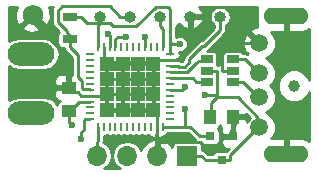
<source format=gtl>
G04 #@! TF.FileFunction,Copper,L1,Top,Signal*
%FSLAX46Y46*%
G04 Gerber Fmt 4.6, Leading zero omitted, Abs format (unit mm)*
G04 Created by KiCad (PCBNEW 4.0.4-stable) date 12/27/16 16:45:08*
%MOMM*%
%LPD*%
G01*
G04 APERTURE LIST*
%ADD10C,0.100000*%
%ADD11R,1.300000X0.700000*%
%ADD12O,3.962400X1.981200*%
%ADD13R,0.800100X0.800100*%
%ADD14R,1.060000X0.650000*%
%ADD15C,1.501140*%
%ADD16O,3.800000X1.400000*%
%ADD17R,1.727200X1.700000*%
%ADD18O,1.727200X1.700000*%
%ADD19C,1.000000*%
%ADD20R,0.700000X0.250000*%
%ADD21R,0.250000X0.700000*%
%ADD22R,1.287500X1.287500*%
%ADD23O,1.000000X1.000000*%
%ADD24C,1.750000*%
%ADD25R,1.000000X1.250000*%
%ADD26R,1.250000X1.000000*%
%ADD27C,0.600000*%
%ADD28C,0.250000*%
%ADD29C,0.254000*%
G04 APERTURE END LIST*
D10*
D11*
X145999000Y-95285600D03*
X145999000Y-93385600D03*
D12*
X142748000Y-96520000D03*
X142748000Y-101520000D03*
D13*
X159827000Y-103520240D03*
X157927000Y-103520240D03*
X158877000Y-105519220D03*
D14*
X159799000Y-98892400D03*
X159799000Y-97942400D03*
X159799000Y-96992400D03*
X157599000Y-96992400D03*
X157599000Y-98892400D03*
X157599000Y-97942400D03*
D15*
X162049880Y-102743860D03*
X162049880Y-100203860D03*
X162049880Y-98171860D03*
X162049880Y-95631860D03*
D16*
X164338000Y-105029000D03*
X164338000Y-93345000D03*
D17*
X155956000Y-105156000D03*
D18*
X153416000Y-105156000D03*
X150876000Y-105156000D03*
X148336000Y-105156000D03*
D19*
X165000000Y-99250000D03*
D20*
X147730000Y-96564000D03*
X147730000Y-97064000D03*
X147730000Y-97564000D03*
X147730000Y-98064000D03*
X147730000Y-98564000D03*
X147730000Y-99064000D03*
X147730000Y-99564000D03*
X147730000Y-100064000D03*
X147730000Y-100564000D03*
X147730000Y-101064000D03*
X147730000Y-101564000D03*
X147730000Y-102064000D03*
D21*
X148380000Y-102714000D03*
X148880000Y-102714000D03*
X149380000Y-102714000D03*
X149880000Y-102714000D03*
X150380000Y-102714000D03*
X150880000Y-102714000D03*
X151380000Y-102714000D03*
X151880000Y-102714000D03*
X152380000Y-102714000D03*
X152880000Y-102714000D03*
X153380000Y-102714000D03*
X153880000Y-102714000D03*
D20*
X154530000Y-102064000D03*
X154530000Y-101564000D03*
X154530000Y-101064000D03*
X154530000Y-100564000D03*
X154530000Y-100064000D03*
X154530000Y-99564000D03*
X154530000Y-99064000D03*
X154530000Y-98564000D03*
X154530000Y-98064000D03*
X154530000Y-97564000D03*
X154530000Y-97064000D03*
X154530000Y-96564000D03*
D21*
X153880000Y-95914000D03*
X153380000Y-95914000D03*
X152880000Y-95914000D03*
X152380000Y-95914000D03*
X151880000Y-95914000D03*
X151380000Y-95914000D03*
X150880000Y-95914000D03*
X150380000Y-95914000D03*
X149880000Y-95914000D03*
X149380000Y-95914000D03*
X148880000Y-95914000D03*
X148380000Y-95914000D03*
D22*
X153061250Y-101245250D03*
X153061250Y-99957750D03*
X153061250Y-98670250D03*
X153061250Y-97382750D03*
X151773750Y-101245250D03*
X151773750Y-99957750D03*
X151773750Y-98670250D03*
X151773750Y-97382750D03*
X150486250Y-101245250D03*
X150486250Y-99957750D03*
X150486250Y-98670250D03*
X150486250Y-97382750D03*
X149198750Y-101245250D03*
X149198750Y-99957750D03*
X149198750Y-98670250D03*
X149198750Y-97382750D03*
D23*
X158750000Y-93370400D03*
X151130000Y-93370400D03*
X153670000Y-93370400D03*
X148590000Y-93370400D03*
X156210000Y-93370400D03*
D24*
X142875000Y-93218000D03*
D25*
X157877000Y-101854000D03*
X159877000Y-101854000D03*
D26*
X145948000Y-101400000D03*
X145948000Y-99400000D03*
D27*
X149900000Y-97750000D03*
X155308058Y-95691942D03*
X155791000Y-101209000D03*
X146200900Y-102538200D03*
X157500000Y-100000000D03*
X152392100Y-95060200D03*
X150817100Y-95060200D03*
X149274800Y-94866600D03*
X147000000Y-103750000D03*
X155750000Y-99350000D03*
D28*
X145999000Y-95285600D02*
X145999000Y-95960900D01*
X145999000Y-95960900D02*
X146674300Y-96636200D01*
X147054999Y-99449001D02*
X147119999Y-99514001D01*
X146674300Y-96636200D02*
X146674300Y-98474300D01*
X146674300Y-98474300D02*
X147054999Y-98854999D01*
X147054999Y-98854999D02*
X147054999Y-99449001D01*
X147119999Y-99514001D02*
X147714001Y-99514001D01*
X147714001Y-99514001D02*
X147730000Y-99530000D01*
X147730000Y-99530000D02*
X147730000Y-99564000D01*
X151130000Y-93370400D02*
X150304700Y-93370400D01*
X150304700Y-93370400D02*
X149431400Y-92497100D01*
X149431400Y-92497100D02*
X145378000Y-92497100D01*
X145378000Y-92497100D02*
X145000700Y-92874400D01*
X146000000Y-95000000D02*
X145999000Y-95001000D01*
X145000700Y-92874400D02*
X145000700Y-93865200D01*
X145000700Y-93865200D02*
X145745800Y-94610300D01*
X145745800Y-94610300D02*
X145745800Y-94745800D01*
X145745800Y-94745800D02*
X146000000Y-95000000D01*
X145999000Y-95001000D02*
X145999000Y-95285600D01*
X154530000Y-97064000D02*
X155130000Y-97064000D01*
X155130000Y-97064000D02*
X156210000Y-95984000D01*
X156210000Y-95984000D02*
X156210000Y-94077506D01*
X156210000Y-94077506D02*
X156210000Y-93370400D01*
X149199000Y-99957800D02*
X149199000Y-99314000D01*
X146952000Y-100064000D02*
X147730000Y-100064000D01*
X146675000Y-99786400D02*
X146952000Y-100064000D01*
X145948000Y-99786400D02*
X146675000Y-99786400D01*
X149092000Y-100064000D02*
X149199000Y-99957800D01*
X147730000Y-100064000D02*
X149092000Y-100064000D01*
X149199000Y-98670200D02*
X149199000Y-97382800D01*
X153061000Y-98670200D02*
X151773800Y-98670200D01*
X151773800Y-98670200D02*
X150486300Y-98670200D01*
X159799000Y-97942400D02*
X158943700Y-97942400D01*
X159827000Y-103520200D02*
X159827000Y-101854000D01*
X150486300Y-98670200D02*
X149199000Y-98670200D01*
X149199000Y-98670200D02*
X149198800Y-98670200D01*
X149199000Y-99314000D02*
X149199000Y-98670200D01*
X149198800Y-99314200D02*
X149198800Y-99957700D01*
X149199000Y-99314000D02*
X149198800Y-99314200D01*
X150486400Y-97382800D02*
X149199000Y-97382800D01*
X149199000Y-99957800D02*
X150486400Y-99957800D01*
X150486400Y-99957800D02*
X150486300Y-99957700D01*
X151773700Y-97382800D02*
X151773800Y-97382700D01*
X151773700Y-97382800D02*
X150486400Y-97382800D01*
X151773700Y-99957800D02*
X151773800Y-99957700D01*
X150486400Y-99957800D02*
X151773700Y-99957800D01*
X151773700Y-99957800D02*
X153061000Y-99957800D01*
X151773800Y-101245200D02*
X151773800Y-101245000D01*
X153061000Y-101245000D02*
X151773800Y-101245000D01*
X153061300Y-97382700D02*
X153061200Y-97382600D01*
X153380000Y-97064000D02*
X153061200Y-97382600D01*
X154530000Y-97064000D02*
X153380000Y-97064000D01*
X153061000Y-97382800D02*
X151773700Y-97382800D01*
X153061200Y-97382600D02*
X153061000Y-97382800D01*
X153061300Y-98670200D02*
X153061000Y-98670200D01*
X153061100Y-99957700D02*
X153061000Y-99957800D01*
X153061300Y-99957700D02*
X153061100Y-99957700D01*
X153061200Y-101245200D02*
X153061000Y-101245000D01*
X153061300Y-101245200D02*
X153061200Y-101245200D01*
X156210000Y-93370400D02*
X157035300Y-93370400D01*
X157860600Y-92545100D02*
X157035300Y-93370400D01*
X159141100Y-92545100D02*
X157860600Y-92545100D01*
X159821400Y-93225400D02*
X159141100Y-92545100D01*
X159821400Y-95631900D02*
X159821400Y-93225400D01*
X158943700Y-96509600D02*
X159821400Y-95631900D01*
X158943700Y-97942400D02*
X158943700Y-96509600D01*
X159821400Y-95631900D02*
X162049900Y-95631900D01*
X151773800Y-101245000D02*
X150486400Y-101245000D01*
X150486300Y-101245100D02*
X150486300Y-101245200D01*
X150486400Y-101245000D02*
X150486300Y-101245100D01*
X149198800Y-101245200D02*
X149199000Y-101245000D01*
X150486400Y-101245000D02*
X149199000Y-101245000D01*
X149199000Y-101245000D02*
X149199000Y-99957800D01*
X153380000Y-101563900D02*
X153380000Y-102714000D01*
X153061300Y-101245200D02*
X153380000Y-101563900D01*
X153380000Y-103944700D02*
X153416000Y-103980700D01*
X153380000Y-102714000D02*
X153380000Y-103944700D01*
X153416000Y-105156000D02*
X153416000Y-104000500D01*
X153416000Y-104000500D02*
X153416000Y-103980700D01*
X159101600Y-103611000D02*
X159101600Y-103520200D01*
X158467000Y-104245600D02*
X159101600Y-103611000D01*
X157310300Y-104245600D02*
X158467000Y-104245600D01*
X157045400Y-103980700D02*
X157310300Y-104245600D01*
X153416000Y-103980700D02*
X157045400Y-103980700D01*
X159827000Y-103520200D02*
X159101600Y-103520200D01*
X145948000Y-99786400D02*
X145948000Y-99786000D01*
X145948000Y-99786000D02*
X145948000Y-98806000D01*
X145948000Y-98806000D02*
X145948000Y-98666500D01*
X142875000Y-93795300D02*
X142875000Y-93218000D01*
X145948000Y-96868300D02*
X142875000Y-93795300D01*
X145948000Y-98666500D02*
X145948000Y-96868300D01*
X149039500Y-97223400D02*
X149198800Y-97382700D01*
X148880000Y-97064000D02*
X149039500Y-97223400D01*
X148880000Y-95914000D02*
X148880000Y-97064000D01*
X149039500Y-97223400D02*
X149199000Y-97382800D01*
X154530000Y-95500000D02*
X154530000Y-92730000D01*
X154321500Y-92521500D02*
X153322000Y-92521500D01*
X154530000Y-92730000D02*
X154321500Y-92521500D01*
X149390800Y-93890800D02*
X148590000Y-93890800D01*
X153322000Y-92521500D02*
X151634200Y-94209300D01*
X151634200Y-94209300D02*
X149709300Y-94209300D01*
X149709300Y-94209300D02*
X149390800Y-93890800D01*
X155791000Y-101209000D02*
X155791000Y-102609000D01*
X155791000Y-102609000D02*
X155686000Y-102714000D01*
X155686000Y-102714000D02*
X154255000Y-102714000D01*
X154255000Y-102714000D02*
X153880000Y-102714000D01*
X147730000Y-100564000D02*
X146836000Y-100564000D01*
X145948000Y-102361300D02*
X146024000Y-102361300D01*
X146836000Y-100564000D02*
X145948000Y-101452000D01*
X145948000Y-101452000D02*
X145948000Y-102361300D01*
X146024000Y-102361300D02*
X146200900Y-102538200D01*
X148590000Y-93890800D02*
X148590000Y-93910000D01*
X148590000Y-93910000D02*
X148380000Y-94120000D01*
X148380000Y-94120000D02*
X148380000Y-95552200D01*
X148380000Y-95552200D02*
X148380000Y-95914000D01*
X154530000Y-96564000D02*
X154530000Y-95500000D01*
X155308058Y-95691942D02*
X154721942Y-95691942D01*
X154721942Y-95691942D02*
X154530000Y-95500000D01*
X157927000Y-103520200D02*
X157020200Y-103520200D01*
X157020200Y-103520200D02*
X156214000Y-102714000D01*
X156214000Y-102714000D02*
X153880000Y-102714000D01*
X145999000Y-93385600D02*
X146974300Y-93385600D01*
X148590000Y-93370400D02*
X148590000Y-93890800D01*
X147479500Y-93890800D02*
X146974300Y-93385600D01*
X148590000Y-93890800D02*
X147479500Y-93890800D01*
X161980900Y-102743900D02*
X161980900Y-101980900D01*
X161980900Y-101980900D02*
X160222500Y-100222500D01*
X160222500Y-100222500D02*
X158454300Y-100222500D01*
X157500000Y-100000000D02*
X158231800Y-100000000D01*
X158231800Y-100000000D02*
X158454300Y-100222500D01*
X157927000Y-101854000D02*
X157927000Y-101573000D01*
X157927000Y-101573000D02*
X158000000Y-101500000D01*
X158000000Y-101500000D02*
X158000000Y-100676800D01*
X158000000Y-100676800D02*
X158454300Y-100222500D01*
X157599000Y-97942400D02*
X158454300Y-97942400D01*
X158454300Y-97942400D02*
X158454300Y-100222500D01*
X157508100Y-105519200D02*
X157144900Y-105156000D01*
X158877000Y-105519200D02*
X157508100Y-105519200D01*
X155956000Y-105156000D02*
X157144900Y-105156000D01*
X162049900Y-102743900D02*
X161980900Y-102743900D01*
X159602300Y-105122500D02*
X159602300Y-105519200D01*
X161980900Y-102743900D02*
X159602300Y-105122500D01*
X158877000Y-105519200D02*
X159602300Y-105519200D01*
X153880000Y-95914000D02*
X153880000Y-95238700D01*
X153880000Y-94405700D02*
X153880000Y-95238700D01*
X153670000Y-94195700D02*
X153880000Y-94405700D01*
X153670000Y-93370400D02*
X153670000Y-94195700D01*
X158750000Y-93370400D02*
X158750000Y-94195700D01*
X158750000Y-94510900D02*
X158750000Y-94195700D01*
X157409600Y-95851300D02*
X158750000Y-94510900D01*
X157247400Y-95851300D02*
X157409600Y-95851300D01*
X156130300Y-96968400D02*
X157247400Y-95851300D01*
X156130300Y-97239500D02*
X156130300Y-96968400D01*
X155764100Y-97605700D02*
X156130300Y-97239500D01*
X155247000Y-97605700D02*
X155764100Y-97605700D01*
X155205300Y-97564000D02*
X155247000Y-97605700D01*
X154530000Y-97564000D02*
X155205300Y-97564000D01*
X161965800Y-100203900D02*
X160654300Y-98892400D01*
X162049900Y-100203900D02*
X161965800Y-100203900D01*
X159799000Y-98892400D02*
X160654300Y-98892400D01*
X160870400Y-96992400D02*
X159799000Y-96992400D01*
X162049900Y-98171900D02*
X160870400Y-96992400D01*
X152392100Y-95226600D02*
X152380000Y-95238700D01*
X152392100Y-95060200D02*
X152392100Y-95226600D01*
X152380000Y-95914000D02*
X152380000Y-95238700D01*
X150058500Y-95060200D02*
X149880000Y-95238700D01*
X150817100Y-95060200D02*
X150058500Y-95060200D01*
X149880000Y-95914000D02*
X149880000Y-95238700D01*
X149380000Y-94971800D02*
X149380000Y-95914000D01*
X149274800Y-94866600D02*
X149380000Y-94971800D01*
X156415300Y-98564000D02*
X154530000Y-98564000D01*
X156743700Y-98892400D02*
X156415300Y-98564000D01*
X157599000Y-98892400D02*
X156743700Y-98892400D01*
X157599000Y-96992400D02*
X156972000Y-97129600D01*
X156743700Y-97263000D02*
X156972000Y-97129600D01*
X155942700Y-98064000D02*
X156743700Y-97263000D01*
X154530000Y-98064000D02*
X155942700Y-98064000D01*
X147286000Y-102064000D02*
X147225000Y-102125000D01*
X147225000Y-102944000D02*
X147000000Y-103169000D01*
X147225000Y-102125000D02*
X147225000Y-102944000D01*
X147730000Y-102064000D02*
X147286000Y-102064000D01*
X147000000Y-103169000D02*
X147000000Y-103750000D01*
X148380000Y-103936700D02*
X148380000Y-102714000D01*
X148336000Y-103980700D02*
X148380000Y-103936700D01*
X148336000Y-105156000D02*
X148336000Y-103980700D01*
X155750000Y-99350000D02*
X155536000Y-99564000D01*
X155536000Y-99564000D02*
X154530000Y-99564000D01*
D29*
G36*
X153393103Y-103205190D02*
X153442500Y-103281956D01*
X153442500Y-103540250D01*
X153601250Y-103699000D01*
X153631310Y-103699000D01*
X153864699Y-103602327D01*
X154016777Y-103450248D01*
X154146190Y-103425897D01*
X154275865Y-103342454D01*
X154359534Y-103220000D01*
X156004408Y-103220000D01*
X156662404Y-103877996D01*
X156721580Y-103917536D01*
X155092400Y-103917536D01*
X154951210Y-103944103D01*
X154821535Y-104027546D01*
X154734541Y-104154866D01*
X154703936Y-104306000D01*
X154703936Y-104401997D01*
X154693723Y-104377732D01*
X154299667Y-103953215D01*
X153773151Y-103711811D01*
X153543000Y-103834598D01*
X153543000Y-105029000D01*
X153563000Y-105029000D01*
X153563000Y-105283000D01*
X153543000Y-105283000D01*
X153543000Y-105303000D01*
X153289000Y-105303000D01*
X153289000Y-105283000D01*
X153269000Y-105283000D01*
X153269000Y-105029000D01*
X153289000Y-105029000D01*
X153289000Y-103834598D01*
X153058849Y-103711811D01*
X152532333Y-103953215D01*
X152138277Y-104377732D01*
X152025331Y-104646083D01*
X151784431Y-104285552D01*
X151385066Y-104018704D01*
X150913983Y-103925000D01*
X150838017Y-103925000D01*
X150366934Y-104018704D01*
X149967569Y-104285552D01*
X149700721Y-104684917D01*
X149607017Y-105156000D01*
X149700721Y-105627083D01*
X149967569Y-106026448D01*
X150263226Y-106224000D01*
X148948774Y-106224000D01*
X149244431Y-106026448D01*
X149511279Y-105627083D01*
X149604983Y-105156000D01*
X149511279Y-104684917D01*
X149244431Y-104285552D01*
X148866800Y-104033226D01*
X148886000Y-103936700D01*
X148886000Y-103452464D01*
X149005000Y-103452464D01*
X149134588Y-103428080D01*
X149255000Y-103452464D01*
X149505000Y-103452464D01*
X149634588Y-103428080D01*
X149755000Y-103452464D01*
X150005000Y-103452464D01*
X150134588Y-103428080D01*
X150255000Y-103452464D01*
X150505000Y-103452464D01*
X150634588Y-103428080D01*
X150755000Y-103452464D01*
X151005000Y-103452464D01*
X151134588Y-103428080D01*
X151255000Y-103452464D01*
X151505000Y-103452464D01*
X151634588Y-103428080D01*
X151755000Y-103452464D01*
X152005000Y-103452464D01*
X152134588Y-103428080D01*
X152255000Y-103452464D01*
X152505000Y-103452464D01*
X152634588Y-103428080D01*
X152743011Y-103450036D01*
X152895301Y-103602327D01*
X153128690Y-103699000D01*
X153158750Y-103699000D01*
X153317500Y-103540250D01*
X153317500Y-103281519D01*
X153362859Y-103215134D01*
X153379506Y-103132928D01*
X153393103Y-103205190D01*
X153393103Y-103205190D01*
G37*
X153393103Y-103205190D02*
X153442500Y-103281956D01*
X153442500Y-103540250D01*
X153601250Y-103699000D01*
X153631310Y-103699000D01*
X153864699Y-103602327D01*
X154016777Y-103450248D01*
X154146190Y-103425897D01*
X154275865Y-103342454D01*
X154359534Y-103220000D01*
X156004408Y-103220000D01*
X156662404Y-103877996D01*
X156721580Y-103917536D01*
X155092400Y-103917536D01*
X154951210Y-103944103D01*
X154821535Y-104027546D01*
X154734541Y-104154866D01*
X154703936Y-104306000D01*
X154703936Y-104401997D01*
X154693723Y-104377732D01*
X154299667Y-103953215D01*
X153773151Y-103711811D01*
X153543000Y-103834598D01*
X153543000Y-105029000D01*
X153563000Y-105029000D01*
X153563000Y-105283000D01*
X153543000Y-105283000D01*
X153543000Y-105303000D01*
X153289000Y-105303000D01*
X153289000Y-105283000D01*
X153269000Y-105283000D01*
X153269000Y-105029000D01*
X153289000Y-105029000D01*
X153289000Y-103834598D01*
X153058849Y-103711811D01*
X152532333Y-103953215D01*
X152138277Y-104377732D01*
X152025331Y-104646083D01*
X151784431Y-104285552D01*
X151385066Y-104018704D01*
X150913983Y-103925000D01*
X150838017Y-103925000D01*
X150366934Y-104018704D01*
X149967569Y-104285552D01*
X149700721Y-104684917D01*
X149607017Y-105156000D01*
X149700721Y-105627083D01*
X149967569Y-106026448D01*
X150263226Y-106224000D01*
X148948774Y-106224000D01*
X149244431Y-106026448D01*
X149511279Y-105627083D01*
X149604983Y-105156000D01*
X149511279Y-104684917D01*
X149244431Y-104285552D01*
X148866800Y-104033226D01*
X148886000Y-103936700D01*
X148886000Y-103452464D01*
X149005000Y-103452464D01*
X149134588Y-103428080D01*
X149255000Y-103452464D01*
X149505000Y-103452464D01*
X149634588Y-103428080D01*
X149755000Y-103452464D01*
X150005000Y-103452464D01*
X150134588Y-103428080D01*
X150255000Y-103452464D01*
X150505000Y-103452464D01*
X150634588Y-103428080D01*
X150755000Y-103452464D01*
X151005000Y-103452464D01*
X151134588Y-103428080D01*
X151255000Y-103452464D01*
X151505000Y-103452464D01*
X151634588Y-103428080D01*
X151755000Y-103452464D01*
X152005000Y-103452464D01*
X152134588Y-103428080D01*
X152255000Y-103452464D01*
X152505000Y-103452464D01*
X152634588Y-103428080D01*
X152743011Y-103450036D01*
X152895301Y-103602327D01*
X153128690Y-103699000D01*
X153158750Y-103699000D01*
X153317500Y-103540250D01*
X153317500Y-103281519D01*
X153362859Y-103215134D01*
X153379506Y-103132928D01*
X153393103Y-103205190D01*
G36*
X161238923Y-101954515D02*
X161091141Y-102102040D01*
X161012000Y-102292633D01*
X161012000Y-102139750D01*
X160853250Y-101981000D01*
X160004000Y-101981000D01*
X160004000Y-102593940D01*
X159954000Y-102643940D01*
X159954000Y-103393240D01*
X159974000Y-103393240D01*
X159974000Y-103647240D01*
X159954000Y-103647240D01*
X159954000Y-103667240D01*
X159700000Y-103667240D01*
X159700000Y-103647240D01*
X158950700Y-103647240D01*
X158791950Y-103805990D01*
X158791950Y-104046600D01*
X158888623Y-104279989D01*
X159067252Y-104458617D01*
X159300641Y-104555290D01*
X159453918Y-104555290D01*
X159278257Y-104730951D01*
X159277050Y-104730706D01*
X158476950Y-104730706D01*
X158335760Y-104757273D01*
X158206085Y-104840716D01*
X158119091Y-104968036D01*
X158109945Y-105013200D01*
X157717692Y-105013200D01*
X157502696Y-104798204D01*
X157338538Y-104688517D01*
X157208064Y-104662564D01*
X157208064Y-104306000D01*
X157181497Y-104164810D01*
X157098054Y-104035135D01*
X157084977Y-104026200D01*
X157158415Y-104026200D01*
X157165053Y-104061480D01*
X157248496Y-104191155D01*
X157375816Y-104278149D01*
X157526950Y-104308754D01*
X158327050Y-104308754D01*
X158468240Y-104282187D01*
X158597915Y-104198744D01*
X158684909Y-104071424D01*
X158715514Y-103920290D01*
X158715514Y-103120190D01*
X158688947Y-102979000D01*
X158605504Y-102849325D01*
X158556804Y-102816050D01*
X158647865Y-102757454D01*
X158734859Y-102630134D01*
X158742000Y-102594870D01*
X158742000Y-102605310D01*
X158838673Y-102838699D01*
X158851086Y-102851112D01*
X158791950Y-102993880D01*
X158791950Y-103234490D01*
X158950700Y-103393240D01*
X159700000Y-103393240D01*
X159700000Y-103005250D01*
X159750000Y-102955250D01*
X159750000Y-101981000D01*
X159730000Y-101981000D01*
X159730000Y-101727000D01*
X159750000Y-101727000D01*
X159750000Y-101707000D01*
X160004000Y-101707000D01*
X160004000Y-101727000D01*
X160853250Y-101727000D01*
X160932329Y-101647921D01*
X161238923Y-101954515D01*
X161238923Y-101954515D01*
G37*
X161238923Y-101954515D02*
X161091141Y-102102040D01*
X161012000Y-102292633D01*
X161012000Y-102139750D01*
X160853250Y-101981000D01*
X160004000Y-101981000D01*
X160004000Y-102593940D01*
X159954000Y-102643940D01*
X159954000Y-103393240D01*
X159974000Y-103393240D01*
X159974000Y-103647240D01*
X159954000Y-103647240D01*
X159954000Y-103667240D01*
X159700000Y-103667240D01*
X159700000Y-103647240D01*
X158950700Y-103647240D01*
X158791950Y-103805990D01*
X158791950Y-104046600D01*
X158888623Y-104279989D01*
X159067252Y-104458617D01*
X159300641Y-104555290D01*
X159453918Y-104555290D01*
X159278257Y-104730951D01*
X159277050Y-104730706D01*
X158476950Y-104730706D01*
X158335760Y-104757273D01*
X158206085Y-104840716D01*
X158119091Y-104968036D01*
X158109945Y-105013200D01*
X157717692Y-105013200D01*
X157502696Y-104798204D01*
X157338538Y-104688517D01*
X157208064Y-104662564D01*
X157208064Y-104306000D01*
X157181497Y-104164810D01*
X157098054Y-104035135D01*
X157084977Y-104026200D01*
X157158415Y-104026200D01*
X157165053Y-104061480D01*
X157248496Y-104191155D01*
X157375816Y-104278149D01*
X157526950Y-104308754D01*
X158327050Y-104308754D01*
X158468240Y-104282187D01*
X158597915Y-104198744D01*
X158684909Y-104071424D01*
X158715514Y-103920290D01*
X158715514Y-103120190D01*
X158688947Y-102979000D01*
X158605504Y-102849325D01*
X158556804Y-102816050D01*
X158647865Y-102757454D01*
X158734859Y-102630134D01*
X158742000Y-102594870D01*
X158742000Y-102605310D01*
X158838673Y-102838699D01*
X158851086Y-102851112D01*
X158791950Y-102993880D01*
X158791950Y-103234490D01*
X158950700Y-103393240D01*
X159700000Y-103393240D01*
X159700000Y-103005250D01*
X159750000Y-102955250D01*
X159750000Y-101981000D01*
X159730000Y-101981000D01*
X159730000Y-101727000D01*
X159750000Y-101727000D01*
X159750000Y-101707000D01*
X160004000Y-101707000D01*
X160004000Y-101727000D01*
X160853250Y-101727000D01*
X160932329Y-101647921D01*
X161238923Y-101954515D01*
G36*
X149325750Y-97255750D02*
X150359250Y-97255750D01*
X150359250Y-97235750D01*
X150613250Y-97235750D01*
X150613250Y-97255750D01*
X151646750Y-97255750D01*
X151646750Y-97235750D01*
X151900750Y-97235750D01*
X151900750Y-97255750D01*
X152934250Y-97255750D01*
X152934250Y-97235750D01*
X153188250Y-97235750D01*
X153188250Y-97255750D01*
X153208250Y-97255750D01*
X153208250Y-97509750D01*
X153188250Y-97509750D01*
X153188250Y-98543250D01*
X153208250Y-98543250D01*
X153208250Y-98797250D01*
X153188250Y-98797250D01*
X153188250Y-99830750D01*
X153208250Y-99830750D01*
X153208250Y-100084750D01*
X153188250Y-100084750D01*
X153188250Y-101118250D01*
X153208250Y-101118250D01*
X153208250Y-101372250D01*
X153188250Y-101372250D01*
X153188250Y-101392250D01*
X152934250Y-101392250D01*
X152934250Y-101372250D01*
X151900750Y-101372250D01*
X151900750Y-101392250D01*
X151646750Y-101392250D01*
X151646750Y-101372250D01*
X150613250Y-101372250D01*
X150613250Y-101392250D01*
X150359250Y-101392250D01*
X150359250Y-101372250D01*
X149325750Y-101372250D01*
X149325750Y-101392250D01*
X149071750Y-101392250D01*
X149071750Y-101372250D01*
X149051750Y-101372250D01*
X149051750Y-101118250D01*
X149071750Y-101118250D01*
X149071750Y-100243500D01*
X149207500Y-100243500D01*
X149207500Y-100959500D01*
X149325750Y-101077750D01*
X149325750Y-101118250D01*
X149366250Y-101118250D01*
X149484500Y-101236500D01*
X150200500Y-101236500D01*
X150318750Y-101118250D01*
X150359250Y-101118250D01*
X150359250Y-101077750D01*
X150477500Y-100959500D01*
X150477500Y-100243500D01*
X150495000Y-100243500D01*
X150495000Y-100959500D01*
X150613250Y-101077750D01*
X150613250Y-101118250D01*
X150653750Y-101118250D01*
X150772000Y-101236500D01*
X151488000Y-101236500D01*
X151606250Y-101118250D01*
X151646750Y-101118250D01*
X151646750Y-101077750D01*
X151765000Y-100959500D01*
X151765000Y-100243500D01*
X151782500Y-100243500D01*
X151782500Y-100959500D01*
X151900750Y-101077750D01*
X151900750Y-101118250D01*
X151941250Y-101118250D01*
X152059500Y-101236500D01*
X152775500Y-101236500D01*
X152893750Y-101118250D01*
X152934250Y-101118250D01*
X152934250Y-101077750D01*
X153052500Y-100959500D01*
X153052500Y-100243500D01*
X152934250Y-100125250D01*
X152934250Y-100084750D01*
X152893750Y-100084750D01*
X152775500Y-99966500D01*
X152059500Y-99966500D01*
X151941250Y-100084750D01*
X151900750Y-100084750D01*
X151900750Y-100125250D01*
X151782500Y-100243500D01*
X151765000Y-100243500D01*
X151646750Y-100125250D01*
X151646750Y-100084750D01*
X151606250Y-100084750D01*
X151488000Y-99966500D01*
X150772000Y-99966500D01*
X150653750Y-100084750D01*
X150613250Y-100084750D01*
X150613250Y-100125250D01*
X150495000Y-100243500D01*
X150477500Y-100243500D01*
X150359250Y-100125250D01*
X150359250Y-100084750D01*
X150318750Y-100084750D01*
X150200500Y-99966500D01*
X149484500Y-99966500D01*
X149366250Y-100084750D01*
X149325750Y-100084750D01*
X149325750Y-100125250D01*
X149207500Y-100243500D01*
X149071750Y-100243500D01*
X149071750Y-100084750D01*
X149051750Y-100084750D01*
X149051750Y-99830750D01*
X149071750Y-99830750D01*
X149071750Y-98956000D01*
X149207500Y-98956000D01*
X149207500Y-99672000D01*
X149325750Y-99790250D01*
X149325750Y-99830750D01*
X149366250Y-99830750D01*
X149484500Y-99949000D01*
X150200500Y-99949000D01*
X150318750Y-99830750D01*
X150359250Y-99830750D01*
X150359250Y-99790250D01*
X150477500Y-99672000D01*
X150477500Y-98956000D01*
X150495000Y-98956000D01*
X150495000Y-99672000D01*
X150613250Y-99790250D01*
X150613250Y-99830750D01*
X150653750Y-99830750D01*
X150772000Y-99949000D01*
X151488000Y-99949000D01*
X151606250Y-99830750D01*
X151646750Y-99830750D01*
X151646750Y-99790250D01*
X151765000Y-99672000D01*
X151765000Y-98956000D01*
X151782500Y-98956000D01*
X151782500Y-99672000D01*
X151900750Y-99790250D01*
X151900750Y-99830750D01*
X151941250Y-99830750D01*
X152059500Y-99949000D01*
X152775500Y-99949000D01*
X152893750Y-99830750D01*
X152934250Y-99830750D01*
X152934250Y-99790250D01*
X153052500Y-99672000D01*
X153052500Y-98956000D01*
X152934250Y-98837750D01*
X152934250Y-98797250D01*
X152893750Y-98797250D01*
X152775500Y-98679000D01*
X152059500Y-98679000D01*
X151941250Y-98797250D01*
X151900750Y-98797250D01*
X151900750Y-98837750D01*
X151782500Y-98956000D01*
X151765000Y-98956000D01*
X151646750Y-98837750D01*
X151646750Y-98797250D01*
X151606250Y-98797250D01*
X151488000Y-98679000D01*
X150772000Y-98679000D01*
X150653750Y-98797250D01*
X150613250Y-98797250D01*
X150613250Y-98837750D01*
X150495000Y-98956000D01*
X150477500Y-98956000D01*
X150359250Y-98837750D01*
X150359250Y-98797250D01*
X150318750Y-98797250D01*
X150200500Y-98679000D01*
X149484500Y-98679000D01*
X149366250Y-98797250D01*
X149325750Y-98797250D01*
X149325750Y-98837750D01*
X149207500Y-98956000D01*
X149071750Y-98956000D01*
X149071750Y-98797250D01*
X149051750Y-98797250D01*
X149051750Y-98543250D01*
X149071750Y-98543250D01*
X149071750Y-97668500D01*
X149207500Y-97668500D01*
X149207500Y-98384500D01*
X149325750Y-98502750D01*
X149325750Y-98543250D01*
X149366250Y-98543250D01*
X149484500Y-98661500D01*
X150200500Y-98661500D01*
X150318750Y-98543250D01*
X150359250Y-98543250D01*
X150359250Y-98502750D01*
X150477500Y-98384500D01*
X150477500Y-97668500D01*
X150495000Y-97668500D01*
X150495000Y-98384500D01*
X150613250Y-98502750D01*
X150613250Y-98543250D01*
X150653750Y-98543250D01*
X150772000Y-98661500D01*
X151488000Y-98661500D01*
X151606250Y-98543250D01*
X151646750Y-98543250D01*
X151646750Y-98502750D01*
X151765000Y-98384500D01*
X151765000Y-97668500D01*
X151782500Y-97668500D01*
X151782500Y-98384500D01*
X151900750Y-98502750D01*
X151900750Y-98543250D01*
X151941250Y-98543250D01*
X152059500Y-98661500D01*
X152775500Y-98661500D01*
X152893750Y-98543250D01*
X152934250Y-98543250D01*
X152934250Y-98502750D01*
X153052500Y-98384500D01*
X153052500Y-97668500D01*
X152934250Y-97550250D01*
X152934250Y-97509750D01*
X152893750Y-97509750D01*
X152775500Y-97391500D01*
X152059500Y-97391500D01*
X151941250Y-97509750D01*
X151900750Y-97509750D01*
X151900750Y-97550250D01*
X151782500Y-97668500D01*
X151765000Y-97668500D01*
X151646750Y-97550250D01*
X151646750Y-97509750D01*
X151606250Y-97509750D01*
X151488000Y-97391500D01*
X150772000Y-97391500D01*
X150653750Y-97509750D01*
X150613250Y-97509750D01*
X150613250Y-97550250D01*
X150495000Y-97668500D01*
X150477500Y-97668500D01*
X150359250Y-97550250D01*
X150359250Y-97509750D01*
X150318750Y-97509750D01*
X150200500Y-97391500D01*
X149484500Y-97391500D01*
X149366250Y-97509750D01*
X149325750Y-97509750D01*
X149325750Y-97550250D01*
X149207500Y-97668500D01*
X149071750Y-97668500D01*
X149071750Y-97509750D01*
X149051750Y-97509750D01*
X149051750Y-97255750D01*
X149071750Y-97255750D01*
X149071750Y-97235750D01*
X149325750Y-97235750D01*
X149325750Y-97255750D01*
X149325750Y-97255750D01*
G37*
X149325750Y-97255750D02*
X150359250Y-97255750D01*
X150359250Y-97235750D01*
X150613250Y-97235750D01*
X150613250Y-97255750D01*
X151646750Y-97255750D01*
X151646750Y-97235750D01*
X151900750Y-97235750D01*
X151900750Y-97255750D01*
X152934250Y-97255750D01*
X152934250Y-97235750D01*
X153188250Y-97235750D01*
X153188250Y-97255750D01*
X153208250Y-97255750D01*
X153208250Y-97509750D01*
X153188250Y-97509750D01*
X153188250Y-98543250D01*
X153208250Y-98543250D01*
X153208250Y-98797250D01*
X153188250Y-98797250D01*
X153188250Y-99830750D01*
X153208250Y-99830750D01*
X153208250Y-100084750D01*
X153188250Y-100084750D01*
X153188250Y-101118250D01*
X153208250Y-101118250D01*
X153208250Y-101372250D01*
X153188250Y-101372250D01*
X153188250Y-101392250D01*
X152934250Y-101392250D01*
X152934250Y-101372250D01*
X151900750Y-101372250D01*
X151900750Y-101392250D01*
X151646750Y-101392250D01*
X151646750Y-101372250D01*
X150613250Y-101372250D01*
X150613250Y-101392250D01*
X150359250Y-101392250D01*
X150359250Y-101372250D01*
X149325750Y-101372250D01*
X149325750Y-101392250D01*
X149071750Y-101392250D01*
X149071750Y-101372250D01*
X149051750Y-101372250D01*
X149051750Y-101118250D01*
X149071750Y-101118250D01*
X149071750Y-100243500D01*
X149207500Y-100243500D01*
X149207500Y-100959500D01*
X149325750Y-101077750D01*
X149325750Y-101118250D01*
X149366250Y-101118250D01*
X149484500Y-101236500D01*
X150200500Y-101236500D01*
X150318750Y-101118250D01*
X150359250Y-101118250D01*
X150359250Y-101077750D01*
X150477500Y-100959500D01*
X150477500Y-100243500D01*
X150495000Y-100243500D01*
X150495000Y-100959500D01*
X150613250Y-101077750D01*
X150613250Y-101118250D01*
X150653750Y-101118250D01*
X150772000Y-101236500D01*
X151488000Y-101236500D01*
X151606250Y-101118250D01*
X151646750Y-101118250D01*
X151646750Y-101077750D01*
X151765000Y-100959500D01*
X151765000Y-100243500D01*
X151782500Y-100243500D01*
X151782500Y-100959500D01*
X151900750Y-101077750D01*
X151900750Y-101118250D01*
X151941250Y-101118250D01*
X152059500Y-101236500D01*
X152775500Y-101236500D01*
X152893750Y-101118250D01*
X152934250Y-101118250D01*
X152934250Y-101077750D01*
X153052500Y-100959500D01*
X153052500Y-100243500D01*
X152934250Y-100125250D01*
X152934250Y-100084750D01*
X152893750Y-100084750D01*
X152775500Y-99966500D01*
X152059500Y-99966500D01*
X151941250Y-100084750D01*
X151900750Y-100084750D01*
X151900750Y-100125250D01*
X151782500Y-100243500D01*
X151765000Y-100243500D01*
X151646750Y-100125250D01*
X151646750Y-100084750D01*
X151606250Y-100084750D01*
X151488000Y-99966500D01*
X150772000Y-99966500D01*
X150653750Y-100084750D01*
X150613250Y-100084750D01*
X150613250Y-100125250D01*
X150495000Y-100243500D01*
X150477500Y-100243500D01*
X150359250Y-100125250D01*
X150359250Y-100084750D01*
X150318750Y-100084750D01*
X150200500Y-99966500D01*
X149484500Y-99966500D01*
X149366250Y-100084750D01*
X149325750Y-100084750D01*
X149325750Y-100125250D01*
X149207500Y-100243500D01*
X149071750Y-100243500D01*
X149071750Y-100084750D01*
X149051750Y-100084750D01*
X149051750Y-99830750D01*
X149071750Y-99830750D01*
X149071750Y-98956000D01*
X149207500Y-98956000D01*
X149207500Y-99672000D01*
X149325750Y-99790250D01*
X149325750Y-99830750D01*
X149366250Y-99830750D01*
X149484500Y-99949000D01*
X150200500Y-99949000D01*
X150318750Y-99830750D01*
X150359250Y-99830750D01*
X150359250Y-99790250D01*
X150477500Y-99672000D01*
X150477500Y-98956000D01*
X150495000Y-98956000D01*
X150495000Y-99672000D01*
X150613250Y-99790250D01*
X150613250Y-99830750D01*
X150653750Y-99830750D01*
X150772000Y-99949000D01*
X151488000Y-99949000D01*
X151606250Y-99830750D01*
X151646750Y-99830750D01*
X151646750Y-99790250D01*
X151765000Y-99672000D01*
X151765000Y-98956000D01*
X151782500Y-98956000D01*
X151782500Y-99672000D01*
X151900750Y-99790250D01*
X151900750Y-99830750D01*
X151941250Y-99830750D01*
X152059500Y-99949000D01*
X152775500Y-99949000D01*
X152893750Y-99830750D01*
X152934250Y-99830750D01*
X152934250Y-99790250D01*
X153052500Y-99672000D01*
X153052500Y-98956000D01*
X152934250Y-98837750D01*
X152934250Y-98797250D01*
X152893750Y-98797250D01*
X152775500Y-98679000D01*
X152059500Y-98679000D01*
X151941250Y-98797250D01*
X151900750Y-98797250D01*
X151900750Y-98837750D01*
X151782500Y-98956000D01*
X151765000Y-98956000D01*
X151646750Y-98837750D01*
X151646750Y-98797250D01*
X151606250Y-98797250D01*
X151488000Y-98679000D01*
X150772000Y-98679000D01*
X150653750Y-98797250D01*
X150613250Y-98797250D01*
X150613250Y-98837750D01*
X150495000Y-98956000D01*
X150477500Y-98956000D01*
X150359250Y-98837750D01*
X150359250Y-98797250D01*
X150318750Y-98797250D01*
X150200500Y-98679000D01*
X149484500Y-98679000D01*
X149366250Y-98797250D01*
X149325750Y-98797250D01*
X149325750Y-98837750D01*
X149207500Y-98956000D01*
X149071750Y-98956000D01*
X149071750Y-98797250D01*
X149051750Y-98797250D01*
X149051750Y-98543250D01*
X149071750Y-98543250D01*
X149071750Y-97668500D01*
X149207500Y-97668500D01*
X149207500Y-98384500D01*
X149325750Y-98502750D01*
X149325750Y-98543250D01*
X149366250Y-98543250D01*
X149484500Y-98661500D01*
X150200500Y-98661500D01*
X150318750Y-98543250D01*
X150359250Y-98543250D01*
X150359250Y-98502750D01*
X150477500Y-98384500D01*
X150477500Y-97668500D01*
X150495000Y-97668500D01*
X150495000Y-98384500D01*
X150613250Y-98502750D01*
X150613250Y-98543250D01*
X150653750Y-98543250D01*
X150772000Y-98661500D01*
X151488000Y-98661500D01*
X151606250Y-98543250D01*
X151646750Y-98543250D01*
X151646750Y-98502750D01*
X151765000Y-98384500D01*
X151765000Y-97668500D01*
X151782500Y-97668500D01*
X151782500Y-98384500D01*
X151900750Y-98502750D01*
X151900750Y-98543250D01*
X151941250Y-98543250D01*
X152059500Y-98661500D01*
X152775500Y-98661500D01*
X152893750Y-98543250D01*
X152934250Y-98543250D01*
X152934250Y-98502750D01*
X153052500Y-98384500D01*
X153052500Y-97668500D01*
X152934250Y-97550250D01*
X152934250Y-97509750D01*
X152893750Y-97509750D01*
X152775500Y-97391500D01*
X152059500Y-97391500D01*
X151941250Y-97509750D01*
X151900750Y-97509750D01*
X151900750Y-97550250D01*
X151782500Y-97668500D01*
X151765000Y-97668500D01*
X151646750Y-97550250D01*
X151646750Y-97509750D01*
X151606250Y-97509750D01*
X151488000Y-97391500D01*
X150772000Y-97391500D01*
X150653750Y-97509750D01*
X150613250Y-97509750D01*
X150613250Y-97550250D01*
X150495000Y-97668500D01*
X150477500Y-97668500D01*
X150359250Y-97550250D01*
X150359250Y-97509750D01*
X150318750Y-97509750D01*
X150200500Y-97391500D01*
X149484500Y-97391500D01*
X149366250Y-97509750D01*
X149325750Y-97509750D01*
X149325750Y-97550250D01*
X149207500Y-97668500D01*
X149071750Y-97668500D01*
X149071750Y-97509750D01*
X149051750Y-97509750D01*
X149051750Y-97255750D01*
X149071750Y-97255750D01*
X149071750Y-97235750D01*
X149325750Y-97235750D01*
X149325750Y-97255750D01*
G36*
X141353410Y-92983306D02*
X141379421Y-93583458D01*
X141559047Y-94017116D01*
X141812940Y-94100455D01*
X142695395Y-93218000D01*
X142681253Y-93203858D01*
X142860858Y-93024253D01*
X142875000Y-93038395D01*
X142889143Y-93024253D01*
X143068748Y-93203858D01*
X143054605Y-93218000D01*
X143937060Y-94100455D01*
X144190953Y-94017116D01*
X144396590Y-93452694D01*
X144370579Y-92852542D01*
X144237393Y-92531000D01*
X144633285Y-92531000D01*
X144533217Y-92680762D01*
X144494700Y-92874400D01*
X144494700Y-93865200D01*
X144533217Y-94058838D01*
X144642904Y-94222996D01*
X145077696Y-94657788D01*
X144991141Y-94784466D01*
X144960536Y-94935600D01*
X144960536Y-95635600D01*
X144987103Y-95776790D01*
X145070546Y-95906465D01*
X145197866Y-95993459D01*
X145349000Y-96024064D01*
X145505564Y-96024064D01*
X145531517Y-96154538D01*
X145641204Y-96318696D01*
X146168300Y-96845792D01*
X146168300Y-98330450D01*
X146075000Y-98423750D01*
X146075000Y-99273000D01*
X146095000Y-99273000D01*
X146095000Y-99527000D01*
X146075000Y-99527000D01*
X146075000Y-99547000D01*
X145821000Y-99547000D01*
X145821000Y-99527000D01*
X144846750Y-99527000D01*
X144688000Y-99685750D01*
X144688000Y-100026309D01*
X144784673Y-100259698D01*
X144963301Y-100438327D01*
X145196690Y-100535000D01*
X145198301Y-100535000D01*
X145181810Y-100538103D01*
X145052135Y-100621546D01*
X144965141Y-100748866D01*
X144947092Y-100837998D01*
X144754746Y-100550132D01*
X144309767Y-100252807D01*
X143784878Y-100148400D01*
X141711122Y-100148400D01*
X141186233Y-100252807D01*
X140877000Y-100459430D01*
X140877000Y-98773691D01*
X144688000Y-98773691D01*
X144688000Y-99114250D01*
X144846750Y-99273000D01*
X145821000Y-99273000D01*
X145821000Y-98423750D01*
X145662250Y-98265000D01*
X145196690Y-98265000D01*
X144963301Y-98361673D01*
X144784673Y-98540302D01*
X144688000Y-98773691D01*
X140877000Y-98773691D01*
X140877000Y-97580570D01*
X141186233Y-97787193D01*
X141711122Y-97891600D01*
X143784878Y-97891600D01*
X144309767Y-97787193D01*
X144754746Y-97489868D01*
X145052071Y-97044889D01*
X145156478Y-96520000D01*
X145052071Y-95995111D01*
X144754746Y-95550132D01*
X144309767Y-95252807D01*
X143784878Y-95148400D01*
X141711122Y-95148400D01*
X141186233Y-95252807D01*
X140877000Y-95459430D01*
X140877000Y-94280060D01*
X141992545Y-94280060D01*
X142075884Y-94533953D01*
X142640306Y-94739590D01*
X143240458Y-94713579D01*
X143674116Y-94533953D01*
X143757455Y-94280060D01*
X142875000Y-93397605D01*
X141992545Y-94280060D01*
X140877000Y-94280060D01*
X140877000Y-92531000D01*
X141518200Y-92531000D01*
X141353410Y-92983306D01*
X141353410Y-92983306D01*
G37*
X141353410Y-92983306D02*
X141379421Y-93583458D01*
X141559047Y-94017116D01*
X141812940Y-94100455D01*
X142695395Y-93218000D01*
X142681253Y-93203858D01*
X142860858Y-93024253D01*
X142875000Y-93038395D01*
X142889143Y-93024253D01*
X143068748Y-93203858D01*
X143054605Y-93218000D01*
X143937060Y-94100455D01*
X144190953Y-94017116D01*
X144396590Y-93452694D01*
X144370579Y-92852542D01*
X144237393Y-92531000D01*
X144633285Y-92531000D01*
X144533217Y-92680762D01*
X144494700Y-92874400D01*
X144494700Y-93865200D01*
X144533217Y-94058838D01*
X144642904Y-94222996D01*
X145077696Y-94657788D01*
X144991141Y-94784466D01*
X144960536Y-94935600D01*
X144960536Y-95635600D01*
X144987103Y-95776790D01*
X145070546Y-95906465D01*
X145197866Y-95993459D01*
X145349000Y-96024064D01*
X145505564Y-96024064D01*
X145531517Y-96154538D01*
X145641204Y-96318696D01*
X146168300Y-96845792D01*
X146168300Y-98330450D01*
X146075000Y-98423750D01*
X146075000Y-99273000D01*
X146095000Y-99273000D01*
X146095000Y-99527000D01*
X146075000Y-99527000D01*
X146075000Y-99547000D01*
X145821000Y-99547000D01*
X145821000Y-99527000D01*
X144846750Y-99527000D01*
X144688000Y-99685750D01*
X144688000Y-100026309D01*
X144784673Y-100259698D01*
X144963301Y-100438327D01*
X145196690Y-100535000D01*
X145198301Y-100535000D01*
X145181810Y-100538103D01*
X145052135Y-100621546D01*
X144965141Y-100748866D01*
X144947092Y-100837998D01*
X144754746Y-100550132D01*
X144309767Y-100252807D01*
X143784878Y-100148400D01*
X141711122Y-100148400D01*
X141186233Y-100252807D01*
X140877000Y-100459430D01*
X140877000Y-98773691D01*
X144688000Y-98773691D01*
X144688000Y-99114250D01*
X144846750Y-99273000D01*
X145821000Y-99273000D01*
X145821000Y-98423750D01*
X145662250Y-98265000D01*
X145196690Y-98265000D01*
X144963301Y-98361673D01*
X144784673Y-98540302D01*
X144688000Y-98773691D01*
X140877000Y-98773691D01*
X140877000Y-97580570D01*
X141186233Y-97787193D01*
X141711122Y-97891600D01*
X143784878Y-97891600D01*
X144309767Y-97787193D01*
X144754746Y-97489868D01*
X145052071Y-97044889D01*
X145156478Y-96520000D01*
X145052071Y-95995111D01*
X144754746Y-95550132D01*
X144309767Y-95252807D01*
X143784878Y-95148400D01*
X141711122Y-95148400D01*
X141186233Y-95252807D01*
X140877000Y-95459430D01*
X140877000Y-94280060D01*
X141992545Y-94280060D01*
X142075884Y-94533953D01*
X142640306Y-94739590D01*
X143240458Y-94713579D01*
X143674116Y-94533953D01*
X143757455Y-94280060D01*
X142875000Y-93397605D01*
X141992545Y-94280060D01*
X140877000Y-94280060D01*
X140877000Y-92531000D01*
X141518200Y-92531000D01*
X141353410Y-92983306D01*
G36*
X159926000Y-97815400D02*
X159946000Y-97815400D01*
X159946000Y-98069400D01*
X159926000Y-98069400D01*
X159926000Y-98089400D01*
X159672000Y-98089400D01*
X159672000Y-98069400D01*
X159652000Y-98069400D01*
X159652000Y-97815400D01*
X159672000Y-97815400D01*
X159672000Y-97795400D01*
X159926000Y-97795400D01*
X159926000Y-97815400D01*
X159926000Y-97815400D01*
G37*
X159926000Y-97815400D02*
X159946000Y-97815400D01*
X159946000Y-98069400D01*
X159926000Y-98069400D01*
X159926000Y-98089400D01*
X159672000Y-98089400D01*
X159672000Y-98069400D01*
X159652000Y-98069400D01*
X159652000Y-97815400D01*
X159672000Y-97815400D01*
X159672000Y-97795400D01*
X159926000Y-97795400D01*
X159926000Y-97815400D01*
G36*
X161873000Y-94253488D02*
X161704342Y-94262055D01*
X161325615Y-94418929D01*
X161257555Y-94659930D01*
X161873000Y-95275375D01*
X161873000Y-95662870D01*
X161856133Y-95646003D01*
X161870275Y-95631860D01*
X161077950Y-94839535D01*
X160836949Y-94907595D01*
X160652113Y-95426894D01*
X160680075Y-95977398D01*
X160836949Y-96356125D01*
X161077948Y-96424184D01*
X160991620Y-96510512D01*
X160870400Y-96486400D01*
X160665280Y-96486400D01*
X160607454Y-96396535D01*
X160480134Y-96309541D01*
X160329000Y-96278936D01*
X159269000Y-96278936D01*
X159127810Y-96305503D01*
X158998135Y-96388946D01*
X158911141Y-96516266D01*
X158880536Y-96667400D01*
X158880536Y-97107839D01*
X158730673Y-97257701D01*
X158641250Y-97473587D01*
X158491854Y-97443870D01*
X158517464Y-97317400D01*
X158517464Y-96667400D01*
X158490897Y-96526210D01*
X158407454Y-96396535D01*
X158280134Y-96309541D01*
X158129000Y-96278936D01*
X157662873Y-96278936D01*
X157767396Y-96209096D01*
X159107796Y-94868696D01*
X159217483Y-94704538D01*
X159256000Y-94510900D01*
X159256000Y-94083045D01*
X159390221Y-93993361D01*
X159581198Y-93707544D01*
X159648260Y-93370400D01*
X159581198Y-93033256D01*
X159390221Y-92747439D01*
X159104404Y-92556462D01*
X158976398Y-92531000D01*
X161873000Y-92531000D01*
X161873000Y-94253488D01*
X161873000Y-94253488D01*
G37*
X161873000Y-94253488D02*
X161704342Y-94262055D01*
X161325615Y-94418929D01*
X161257555Y-94659930D01*
X161873000Y-95275375D01*
X161873000Y-95662870D01*
X161856133Y-95646003D01*
X161870275Y-95631860D01*
X161077950Y-94839535D01*
X160836949Y-94907595D01*
X160652113Y-95426894D01*
X160680075Y-95977398D01*
X160836949Y-96356125D01*
X161077948Y-96424184D01*
X160991620Y-96510512D01*
X160870400Y-96486400D01*
X160665280Y-96486400D01*
X160607454Y-96396535D01*
X160480134Y-96309541D01*
X160329000Y-96278936D01*
X159269000Y-96278936D01*
X159127810Y-96305503D01*
X158998135Y-96388946D01*
X158911141Y-96516266D01*
X158880536Y-96667400D01*
X158880536Y-97107839D01*
X158730673Y-97257701D01*
X158641250Y-97473587D01*
X158491854Y-97443870D01*
X158517464Y-97317400D01*
X158517464Y-96667400D01*
X158490897Y-96526210D01*
X158407454Y-96396535D01*
X158280134Y-96309541D01*
X158129000Y-96278936D01*
X157662873Y-96278936D01*
X157767396Y-96209096D01*
X159107796Y-94868696D01*
X159217483Y-94704538D01*
X159256000Y-94510900D01*
X159256000Y-94083045D01*
X159390221Y-93993361D01*
X159581198Y-93707544D01*
X159648260Y-93370400D01*
X159581198Y-93033256D01*
X159390221Y-92747439D01*
X159104404Y-92556462D01*
X158976398Y-92531000D01*
X161873000Y-92531000D01*
X161873000Y-94253488D01*
G36*
X158395596Y-92556462D02*
X158109779Y-92747439D01*
X157918802Y-93033256D01*
X157851740Y-93370400D01*
X157918802Y-93707544D01*
X158109779Y-93993361D01*
X158244000Y-94083045D01*
X158244000Y-94301308D01*
X157188240Y-95357068D01*
X157053762Y-95383817D01*
X156889604Y-95493504D01*
X155772504Y-96610604D01*
X155662817Y-96774762D01*
X155624300Y-96968400D01*
X155624300Y-97029908D01*
X155554508Y-97099700D01*
X155403702Y-97099700D01*
X155398938Y-97096517D01*
X155205300Y-97058000D01*
X154983441Y-97058000D01*
X155021190Y-97050897D01*
X155097956Y-97001500D01*
X155356250Y-97001500D01*
X155515000Y-96842750D01*
X155515000Y-96812690D01*
X155418327Y-96579301D01*
X155266248Y-96427223D01*
X155256026Y-96372897D01*
X155442923Y-96373060D01*
X155693310Y-96269603D01*
X155885045Y-96078201D01*
X155988940Y-95827996D01*
X155989176Y-95557077D01*
X155885719Y-95306690D01*
X155694317Y-95114955D01*
X155444112Y-95011060D01*
X155173193Y-95010824D01*
X155036000Y-95067511D01*
X155036000Y-94213592D01*
X155267421Y-93982171D01*
X155512396Y-94265723D01*
X155908123Y-94464532D01*
X156083000Y-94339535D01*
X156083000Y-93497400D01*
X156337000Y-93497400D01*
X156337000Y-94339535D01*
X156511877Y-94464532D01*
X156907604Y-94265723D01*
X157197127Y-93930609D01*
X157304119Y-93672274D01*
X157177954Y-93497400D01*
X156337000Y-93497400D01*
X156083000Y-93497400D01*
X156063000Y-93497400D01*
X156063000Y-93243400D01*
X156083000Y-93243400D01*
X156083000Y-93223400D01*
X156337000Y-93223400D01*
X156337000Y-93243400D01*
X157177954Y-93243400D01*
X157304119Y-93068526D01*
X157197127Y-92810191D01*
X156955919Y-92531000D01*
X158523602Y-92531000D01*
X158395596Y-92556462D01*
X158395596Y-92556462D01*
G37*
X158395596Y-92556462D02*
X158109779Y-92747439D01*
X157918802Y-93033256D01*
X157851740Y-93370400D01*
X157918802Y-93707544D01*
X158109779Y-93993361D01*
X158244000Y-94083045D01*
X158244000Y-94301308D01*
X157188240Y-95357068D01*
X157053762Y-95383817D01*
X156889604Y-95493504D01*
X155772504Y-96610604D01*
X155662817Y-96774762D01*
X155624300Y-96968400D01*
X155624300Y-97029908D01*
X155554508Y-97099700D01*
X155403702Y-97099700D01*
X155398938Y-97096517D01*
X155205300Y-97058000D01*
X154983441Y-97058000D01*
X155021190Y-97050897D01*
X155097956Y-97001500D01*
X155356250Y-97001500D01*
X155515000Y-96842750D01*
X155515000Y-96812690D01*
X155418327Y-96579301D01*
X155266248Y-96427223D01*
X155256026Y-96372897D01*
X155442923Y-96373060D01*
X155693310Y-96269603D01*
X155885045Y-96078201D01*
X155988940Y-95827996D01*
X155989176Y-95557077D01*
X155885719Y-95306690D01*
X155694317Y-95114955D01*
X155444112Y-95011060D01*
X155173193Y-95010824D01*
X155036000Y-95067511D01*
X155036000Y-94213592D01*
X155267421Y-93982171D01*
X155512396Y-94265723D01*
X155908123Y-94464532D01*
X156083000Y-94339535D01*
X156083000Y-93497400D01*
X156337000Y-93497400D01*
X156337000Y-94339535D01*
X156511877Y-94464532D01*
X156907604Y-94265723D01*
X157197127Y-93930609D01*
X157304119Y-93672274D01*
X157177954Y-93497400D01*
X156337000Y-93497400D01*
X156083000Y-93497400D01*
X156063000Y-93497400D01*
X156063000Y-93243400D01*
X156083000Y-93243400D01*
X156083000Y-93223400D01*
X156337000Y-93223400D01*
X156337000Y-93243400D01*
X157177954Y-93243400D01*
X157304119Y-93068526D01*
X157197127Y-92810191D01*
X156955919Y-92531000D01*
X158523602Y-92531000D01*
X158395596Y-92556462D01*
G36*
X164465000Y-93218000D02*
X164485000Y-93218000D01*
X164485000Y-93472000D01*
X164465000Y-93472000D01*
X164465000Y-94680000D01*
X165665000Y-94680000D01*
X166166215Y-94529778D01*
X166295000Y-94424803D01*
X166295000Y-98725894D01*
X166185010Y-98459697D01*
X165792370Y-98066371D01*
X165279100Y-97853243D01*
X164723339Y-97852758D01*
X164209697Y-98064990D01*
X163816371Y-98457630D01*
X163603243Y-98970900D01*
X163602758Y-99526661D01*
X163814990Y-100040303D01*
X164207630Y-100433629D01*
X164720900Y-100646757D01*
X165276661Y-100647242D01*
X165790303Y-100435010D01*
X166183629Y-100042370D01*
X166295000Y-99774158D01*
X166295000Y-103949197D01*
X166166215Y-103844222D01*
X165665000Y-103694000D01*
X164465000Y-103694000D01*
X164465000Y-104902000D01*
X164485000Y-104902000D01*
X164485000Y-105156000D01*
X164465000Y-105156000D01*
X164465000Y-105176000D01*
X164211000Y-105176000D01*
X164211000Y-105156000D01*
X164191000Y-105156000D01*
X164191000Y-104902000D01*
X164211000Y-104902000D01*
X164211000Y-103694000D01*
X163059284Y-103694000D01*
X163223824Y-103529747D01*
X163435209Y-103020676D01*
X163435690Y-102469462D01*
X163225194Y-101960023D01*
X162835767Y-101569916D01*
X162604499Y-101473885D01*
X162833717Y-101379174D01*
X163223824Y-100989747D01*
X163435209Y-100480676D01*
X163435690Y-99929462D01*
X163225194Y-99420023D01*
X162993373Y-99187797D01*
X163223824Y-98957747D01*
X163435209Y-98448676D01*
X163435690Y-97897462D01*
X163225194Y-97388023D01*
X162835767Y-96997916D01*
X162604499Y-96901885D01*
X162833717Y-96807174D01*
X163223824Y-96417747D01*
X163435209Y-95908676D01*
X163435690Y-95357462D01*
X163225194Y-94848023D01*
X163057464Y-94680000D01*
X164211000Y-94680000D01*
X164211000Y-93472000D01*
X164191000Y-93472000D01*
X164191000Y-93218000D01*
X164211000Y-93218000D01*
X164211000Y-93198000D01*
X164465000Y-93198000D01*
X164465000Y-93218000D01*
X164465000Y-93218000D01*
G37*
X164465000Y-93218000D02*
X164485000Y-93218000D01*
X164485000Y-93472000D01*
X164465000Y-93472000D01*
X164465000Y-94680000D01*
X165665000Y-94680000D01*
X166166215Y-94529778D01*
X166295000Y-94424803D01*
X166295000Y-98725894D01*
X166185010Y-98459697D01*
X165792370Y-98066371D01*
X165279100Y-97853243D01*
X164723339Y-97852758D01*
X164209697Y-98064990D01*
X163816371Y-98457630D01*
X163603243Y-98970900D01*
X163602758Y-99526661D01*
X163814990Y-100040303D01*
X164207630Y-100433629D01*
X164720900Y-100646757D01*
X165276661Y-100647242D01*
X165790303Y-100435010D01*
X166183629Y-100042370D01*
X166295000Y-99774158D01*
X166295000Y-103949197D01*
X166166215Y-103844222D01*
X165665000Y-103694000D01*
X164465000Y-103694000D01*
X164465000Y-104902000D01*
X164485000Y-104902000D01*
X164485000Y-105156000D01*
X164465000Y-105156000D01*
X164465000Y-105176000D01*
X164211000Y-105176000D01*
X164211000Y-105156000D01*
X164191000Y-105156000D01*
X164191000Y-104902000D01*
X164211000Y-104902000D01*
X164211000Y-103694000D01*
X163059284Y-103694000D01*
X163223824Y-103529747D01*
X163435209Y-103020676D01*
X163435690Y-102469462D01*
X163225194Y-101960023D01*
X162835767Y-101569916D01*
X162604499Y-101473885D01*
X162833717Y-101379174D01*
X163223824Y-100989747D01*
X163435209Y-100480676D01*
X163435690Y-99929462D01*
X163225194Y-99420023D01*
X162993373Y-99187797D01*
X163223824Y-98957747D01*
X163435209Y-98448676D01*
X163435690Y-97897462D01*
X163225194Y-97388023D01*
X162835767Y-96997916D01*
X162604499Y-96901885D01*
X162833717Y-96807174D01*
X163223824Y-96417747D01*
X163435209Y-95908676D01*
X163435690Y-95357462D01*
X163225194Y-94848023D01*
X163057464Y-94680000D01*
X164211000Y-94680000D01*
X164211000Y-93472000D01*
X164191000Y-93472000D01*
X164191000Y-93218000D01*
X164211000Y-93218000D01*
X164211000Y-93198000D01*
X164465000Y-93198000D01*
X164465000Y-93218000D01*
M02*

</source>
